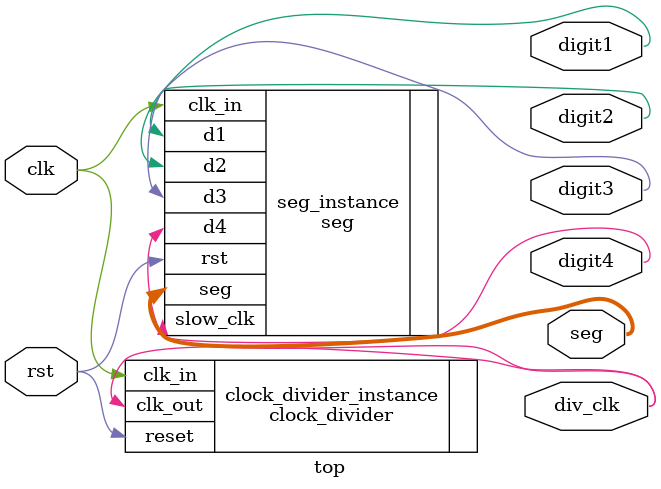
<source format=v>
module top (
    input clk, 
    input rst, 
    output div_clk, 
    output [0:7] seg, 
    output digit1, digit2, digit3, digit4
);
    
    clock_divider #(.DIVISOR(3_000_000)) clock_divider_instance (
        .clk_in(clk), 
        .reset(rst), 
        .clk_out(div_clk) 
    );

    seg seg_instance (
        .clk_in(clk),           // Fast clock 
        .slow_clk(div_clk),     // Slow clock 
        .rst(rst),
        .seg(seg),
        .d1(digit1),
        .d2(digit2),
        .d3(digit3),
        .d4(digit4)
    );

endmodule
</source>
